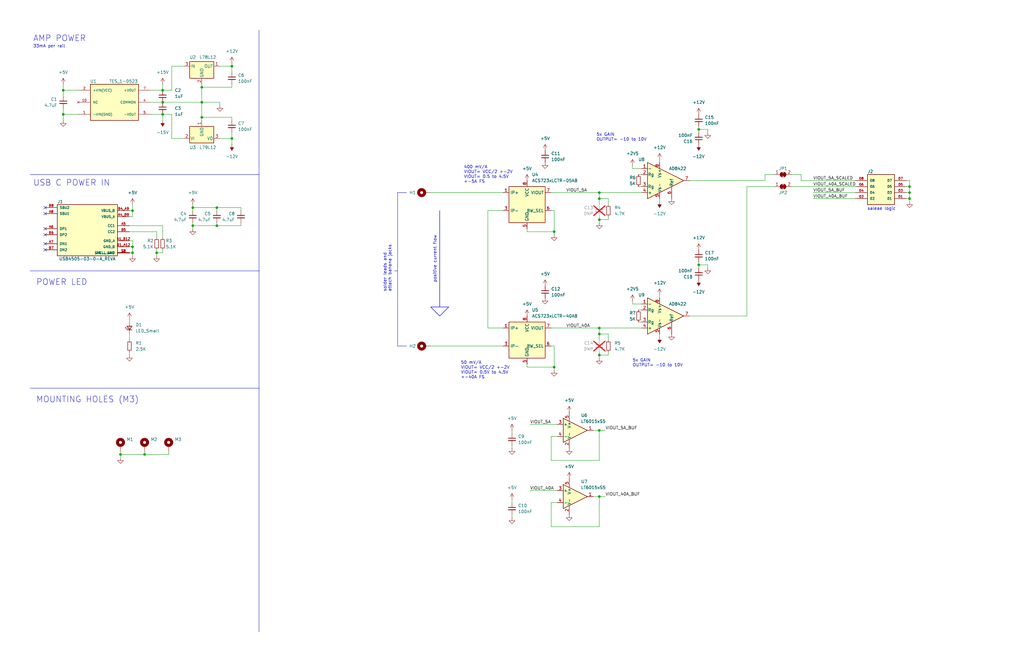
<source format=kicad_sch>
(kicad_sch (version 20230121) (generator eeschema)
  (paper "USLedger")
  (title_block (title "Saleae Current Sensor") (date "2022-11-13") (rev "0"))
  (lib_symbols
    (symbol "Amplifier_Instrumentation:AD8422" (pin_names (offset 0.127))
      (property "Reference" "U" (at 3.81 7.62 0))
      (property "Value" "AD8422" (at 3.81 5.08 0))
      (symbol "AD8422_0_1"
        (polyline (pts (xy -7.62 7.62) (xy -7.62 -7.62) (xy 7.62 0) (xy -7.62 7.62)) (stroke (width 0.254)) (fill (type background)))
      )
      (symbol "AD8422_1_1"
        (pin input line (at -10.16 5.08 0) (length 2.54) (name "-") (number "1"))
        (pin passive line (at -10.16 2.54 0) (length 2.54) (name "Rg") (number "2"))
        (pin passive line (at -10.16 -2.54 0) (length 2.54) (name "Rg") (number "3"))
        (pin input line (at -10.16 -5.08 0) (length 2.54) (name "+") (number "4"))
        (pin power_in line (at -2.54 -7.62 90) (length 2.54) (name "Vs-") (number "5"))
        (pin passive line (at 2.54 -7.62 90) (length 5.08) (name "Ref") (number "6"))
        (pin output line (at 10.16 0 180) (length 2.54) (name "~") (number "7"))
        (pin power_in line (at -2.54 7.62 270) (length 2.54) (name "Vs+") (number "8"))
      )
    )
    (symbol "Amplifier_Operational:LT6015xS5" (pin_names (offset 0.127))
      (property "Reference" "U" (at -1.27 6.35 0))
      (property "Value" "LT6015xS5" (at -1.27 3.81 0))
      (symbol "LT6015xS5_0_1"
        (polyline (pts (xy -5.08 5.08) (xy 5.08 0) (xy -5.08 -5.08) (xy -5.08 5.08)) (stroke (width 0.254)) (fill (type background)))
        (pin power_in line (at -2.54 -7.62 90) (length 3.81) (name "V-") (number "2"))
        (pin power_in line (at -2.54 7.62 270) (length 3.81) (name "V+") (number "5"))
      )
      (symbol "LT6015xS5_1_1"
        (pin output line (at 7.62 0 180) (length 2.54) (name "~") (number "1"))
        (pin input line (at -7.62 2.54 0) (length 2.54) (name "+") (number "3"))
        (pin input line (at -7.62 -2.54 0) (length 2.54) (name "-") (number "4"))
      )
    )
    (symbol "Device:C_Small" (pin_numbers hide) (pin_names (offset 0.254) hide)
      (property "Reference" "C" (at 0.254 1.778 0))
      (property "Value" "C_Small" (at 0.254 -2.032 0))
      (symbol "C_Small_0_1"
        (polyline (pts (xy -1.524 -0.508) (xy 1.524 -0.508)) (stroke (width 0.3302)))
        (polyline (pts (xy -1.524 0.508) (xy 1.524 0.508)) (stroke (width 0.3048)))
      )
      (symbol "C_Small_1_1"
        (pin passive line (at 0 2.54 270) (length 2.032) (name "~") (number "1"))
        (pin passive line (at 0 -2.54 90) (length 2.032) (name "~") (number "2"))
      )
    )
    (symbol "Device:LED_Small" (pin_numbers hide) (pin_names (offset 0.254) hide)
      (property "Reference" "D" (at -1.27 3.175 0))
      (property "Value" "LED_Small" (at -4.445 -2.54 0))
      (symbol "LED_Small_0_1"
        (polyline (pts (xy -0.762 -1.016) (xy -0.762 1.016)) (stroke (width 0.254)))
        (polyline (pts (xy 1.016 0) (xy -0.762 0)))
        (polyline (pts (xy 0.762 -1.016) (xy -0.762 0) (xy 0.762 1.016) (xy 0.762 -1.016)) (stroke (width 0.254)))
        (polyline (pts (xy 0 0.762) (xy -0.508 1.27) (xy -0.254 1.27) (xy -0.508 1.27) (xy -0.508 1.016)))
        (polyline (pts (xy 0.508 1.27) (xy 0 1.778) (xy 0.254 1.778) (xy 0 1.778) (xy 0 1.524)))
      )
      (symbol "LED_Small_1_1"
        (pin passive line (at -2.54 0 0) (length 1.778) (name "K") (number "1"))
        (pin passive line (at 2.54 0 180) (length 1.778) (name "A") (number "2"))
      )
    )
    (symbol "Device:R_Small" (pin_numbers hide) (pin_names (offset 0.254) hide)
      (property "Reference" "R" (at 0.762 0.508 0))
      (property "Value" "R_Small" (at 0.762 -1.016 0))
      (symbol "R_Small_0_1"
        (rectangle (start -0.762 1.778) (end 0.762 -1.778) (stroke (width 0.2032)))
      )
      (symbol "R_Small_1_1"
        (pin passive line (at 0 2.54 270) (length 0.762) (name "~") (number "1"))
        (pin passive line (at 0 -2.54 90) (length 0.762) (name "~") (number "2"))
      )
    )
    (symbol "Jumper:SolderJumper_2_Bridged" (pin_names (offset 0) hide)
      (property "Reference" "JP" (at 0 2.032 0))
      (property "Value" "SolderJumper_2_Bridged" (at 0 -2.54 0))
      (symbol "SolderJumper_2_Bridged_0_1"
        (rectangle (start -0.508 0.508) (end 0.508 -0.508) (fill (type outline)))
        (arc (start -0.254 1.016) (mid -1.2656 0) (end -0.254 -1.016))
        (arc (start -0.254 1.016) (mid -1.2656 0) (end -0.254 -1.016) (fill (type outline)))
        (polyline (pts (xy -0.254 1.016) (xy -0.254 -1.016)))
        (polyline (pts (xy 0.254 1.016) (xy 0.254 -1.016)))
        (arc (start 0.254 -1.016) (mid 1.2656 0) (end 0.254 1.016))
        (arc (start 0.254 -1.016) (mid 1.2656 0) (end 0.254 1.016) (fill (type outline)))
      )
      (symbol "SolderJumper_2_Bridged_1_1"
        (pin passive line (at -3.81 0 0) (length 2.54) (name "A") (number "1"))
        (pin passive line (at 3.81 0 180) (length 2.54) (name "B") (number "2"))
      )
    )
    (symbol "Mechanical:MountingHole_Pad" (pin_numbers hide) (pin_names (offset 1.016) hide)
      (property "Reference" "H" (at 0 6.35 0))
      (property "Value" "MountingHole_Pad" (at 0 4.445 0))
      (symbol "MountingHole_Pad_0_1"
        (circle (center 0 1.27) (radius 1.27) (stroke (width 1.27)))
      )
      (symbol "MountingHole_Pad_1_1"
        (pin input line (at 0 -2.54 90) (length 2.54) (name "1") (number "1"))
      )
    )
    (symbol "Regulator_Linear:L78L12_SOT89" (pin_names (offset 0.254))
      (property "Reference" "U" (at -3.81 3.175 0))
      (property "Value" "L78L12_SOT89" (at -0.635 3.175 0))
      (symbol "L78L12_SOT89_0_1"
        (rectangle (start -5.08 1.905) (end 5.08 -5.08) (stroke (width 0.254)) (fill (type background)))
      )
      (symbol "L78L12_SOT89_1_1"
        (pin power_out line (at 7.62 0 180) (length 2.54) (name "OUT") (number "1"))
        (pin power_in line (at 0 -7.62 90) (length 2.54) (name "GND") (number "2"))
        (pin power_in line (at -7.62 0 0) (length 2.54) (name "IN") (number "3"))
      )
    )
    (symbol "Regulator_Linear:L7912" (pin_names (offset 0.254))
      (property "Reference" "U" (at -3.81 -3.175 0))
      (property "Value" "L7912" (at 0 -3.175 0))
      (symbol "L7912_0_1"
        (rectangle (start -5.08 5.08) (end 5.08 -1.905) (stroke (width 0.254)) (fill (type background)))
      )
      (symbol "L7912_1_1"
        (pin power_in line (at 0 7.62 270) (length 2.54) (name "GND") (number "1"))
        (pin power_in line (at -7.62 0 0) (length 2.54) (name "VI") (number "2"))
        (pin power_out line (at 7.62 0 180) (length 2.54) (name "VO") (number "3"))
      )
    )
    (symbol "Sensor_Current:ACS723xLCTR-05AB"
      (property "Reference" "U" (at 2.54 11.43 0))
      (property "Value" "ACS723xLCTR-05AB" (at 2.54 8.89 0))
      (symbol "ACS723xLCTR-05AB_0_1"
        (rectangle (start -7.62 7.62) (end 7.62 -7.62) (stroke (width 0.254)) (fill (type background)))
      )
      (symbol "ACS723xLCTR-05AB_1_1"
        (pin passive line (at -10.16 5.08 0) (length 2.54) (name "IP+") (number "1"))
        (pin passive line (at -10.16 5.08 0) (length 2.54) hide (name "IP+") (number "2"))
        (pin passive line (at -10.16 -2.54 0) (length 2.54) (name "IP-") (number "3"))
        (pin passive line (at -10.16 -2.54 0) (length 2.54) hide (name "IP-") (number "4"))
        (pin power_in line (at 0 -10.16 90) (length 2.54) (name "GND") (number "5"))
        (pin input line (at 10.16 -2.54 180) (length 2.54) (name "BW_SEL") (number "6"))
        (pin output line (at 10.16 5.08 180) (length 2.54) (name "VIOUT") (number "7"))
        (pin power_in line (at 0 10.16 270) (length 2.54) (name "VCC") (number "8"))
      )
    )
    (symbol "Sensor_Current:ACS723xLCTR-40AB"
      (property "Reference" "U" (at 2.54 11.43 0))
      (property "Value" "ACS723xLCTR-40AB" (at 2.54 8.89 0))
      (symbol "ACS723xLCTR-40AB_0_1"
        (rectangle (start -7.62 7.62) (end 7.62 -7.62) (stroke (width 0.254)) (fill (type background)))
      )
      (symbol "ACS723xLCTR-40AB_1_1"
        (pin passive line (at -10.16 5.08 0) (length 2.54) (name "IP+") (number "1"))
        (pin passive line (at -10.16 5.08 0) (length 2.54) hide (name "IP+") (number "2"))
        (pin passive line (at -10.16 -2.54 0) (length 2.54) (name "IP-") (number "3"))
        (pin passive line (at -10.16 -2.54 0) (length 2.54) hide (name "IP-") (number "4"))
        (pin power_in line (at 0 -10.16 90) (length 2.54) (name "GND") (number "5"))
        (pin input line (at 10.16 -2.54 180) (length 2.54) (name "BW_SEL") (number "6"))
        (pin output line (at 10.16 5.08 180) (length 2.54) (name "VIOUT") (number "7"))
        (pin power_in line (at 0 10.16 270) (length 2.54) (name "VCC") (number "8"))
      )
    )
    (symbol "TES_1-0523:TES_1-0523" (pin_names (offset 1.016))
      (property "Reference" "PS?" (at -13.97 8.89 0))
      (property "Value" "TES_1-0523" (at -1.27 8.89 0))
      (symbol "TES_1-0523_0_0"
        (rectangle (start -15.24 7.62) (end 5.08 -7.62) (stroke (width 0.254)) (fill (type background)))
        (pin input line (at -20.32 -5.08 0) (length 5.08) (name "-VIN(GND)") (number "1"))
        (pin no_connect line (at -20.32 0 0) (length 5.08) (name "NC") (number "10"))
        (pin input line (at -20.32 5.08 0) (length 5.08) (name "+VIN(VCC)") (number "2"))
        (pin passive line (at 10.16 0 180) (length 5.08) (name "COMMON") (number "4"))
        (pin output line (at 10.16 -5.08 180) (length 5.08) (name "-VOUT") (number "5"))
        (pin output line (at 10.16 5.08 180) (length 5.08) (name "+VOUT") (number "7"))
      )
    )
    (symbol "TSM-104-02-T-DH:TSM-104-02-T-DH" (pin_names (offset 1.016))
      (property "Reference" "J?" (at 0 12.7 0))
      (property "Value" "TSM-104-02-T-DH" (at 0 10.16 0))
      (symbol "TSM-104-02-T-DH_0_0"
        (rectangle (start -7.62 7.62) (end 3.81 -5.08) (stroke (width 0.254)) (fill (type background)))
        (pin passive line (at -12.7 5.08 0) (length 5.08) (name "01") (number "01"))
        (pin passive line (at 8.89 5.08 180) (length 5.08) (name "02") (number "02"))
        (pin passive line (at -12.7 2.54 0) (length 5.08) (name "03") (number "03"))
        (pin passive line (at 8.89 2.54 180) (length 5.08) (name "04") (number "04"))
        (pin passive line (at -12.7 0 0) (length 5.08) (name "05") (number "05"))
        (pin passive line (at 8.89 0 180) (length 5.08) (name "06") (number "06"))
        (pin passive line (at -12.7 -2.54 0) (length 5.08) (name "07") (number "07"))
        (pin passive line (at 8.89 -2.54 180) (length 5.08) (name "08") (number "08"))
      )
    )
    (symbol "USB4505-03-0-A_REVA:USB4505-03-0-A_REVA" (pin_names (offset 1.016))
      (property "Reference" "J?" (at 0 20.32 0))
      (property "Value" "USB4505-03-0-A_REVA" (at 0 17.78 0))
      (symbol "USB4505-03-0-A_REVA_0_0"
        (rectangle (start -12.7 15.24) (end 12.7 -6.35) (stroke (width 0.254)) (fill (type background)))
        (pin power_in line (at 17.78 0 180) (length 5.08) (name "GND_A") (number "A1_B12"))
        (pin power_in line (at 17.78 10.16 180) (length 5.08) (name "VBUS_A") (number "A4_B9"))
        (pin bidirectional line (at 17.78 6.35 180) (length 5.08) (name "CC1") (number "A5"))
        (pin bidirectional line (at -17.78 5.08 0) (length 5.08) (name "DP1") (number "A6"))
        (pin bidirectional line (at -17.78 -1.27 0) (length 5.08) (name "DN1") (number "A7"))
        (pin bidirectional line (at -17.78 11.43 0) (length 5.08) (name "SBU1") (number "A8"))
        (pin power_in line (at 17.78 -2.54 180) (length 5.08) (name "GND_B") (number "B1_A12"))
        (pin power_in line (at 17.78 12.7 180) (length 5.08) (name "VBUS_B") (number "B4_A9"))
        (pin bidirectional line (at 17.78 3.81 180) (length 5.08) (name "CC2") (number "B5"))
        (pin bidirectional line (at -17.78 2.54 0) (length 5.08) (name "DP2") (number "B6"))
        (pin bidirectional line (at -17.78 -3.81 0) (length 5.08) (name "DN2") (number "B7"))
        (pin bidirectional line (at -17.78 13.97 0) (length 5.08) (name "SBU2") (number "B8"))
        (pin power_in line (at 17.78 -5.08 180) (length 5.08) (name "SHELL_GND") (number "S1"))
        (pin power_in line (at 17.78 -5.08 180) (length 5.08) (name "SHELL_GND") (number "S2"))
        (pin power_in line (at 17.78 -5.08 180) (length 5.08) (name "SHELL_GND") (number "S3"))
        (pin power_in line (at 17.78 -5.08 180) (length 5.08) (name "SHELL_GND") (number "S4"))
      )
    )
    (symbol "power:+12V" (power) (pin_names (offset 0))
      (property "Value" "+12V" (at 0 3.556 0))
      (symbol "+12V_0_1"
        (polyline (pts (xy -0.762 1.27) (xy 0 2.54)))
        (polyline (pts (xy 0 0) (xy 0 2.54)))
        (polyline (pts (xy 0 2.54) (xy 0.762 1.27)))
      )
      (symbol "+12V_1_1"
        (pin power_in line (at 0 0 90) (length 0) hide (name "+12V") (number "1"))
      )
    )
    (symbol "power:+15V" (power) (pin_names (offset 0))
      (property "Value" "+15V" (at 0 3.556 0))
      (symbol "+15V_0_1"
        (polyline (pts (xy -0.762 1.27) (xy 0 2.54)))
        (polyline (pts (xy 0 0) (xy 0 2.54)))
        (polyline (pts (xy 0 2.54) (xy 0.762 1.27)))
      )
      (symbol "+15V_1_1"
        (pin power_in line (at 0 0 90) (length 0) hide (name "+15V") (number "1"))
      )
    )
    (symbol "power:+2V5" (power) (pin_names (offset 0))
      (property "Value" "+2V5" (at 0 3.556 0))
      (symbol "+2V5_0_1"
        (polyline (pts (xy -0.762 1.27) (xy 0 2.54)))
        (polyline (pts (xy 0 0) (xy 0 2.54)))
        (polyline (pts (xy 0 2.54) (xy 0.762 1.27)))
      )
      (symbol "+2V5_1_1"
        (pin power_in line (at 0 0 90) (length 0) hide (name "+2V5") (number "1"))
      )
    )
    (symbol "power:+5V" (power) (pin_names (offset 0))
      (property "Value" "+5V" (at 0 3.556 0))
      (symbol "+5V_0_1"
        (polyline (pts (xy -0.762 1.27) (xy 0 2.54)))
        (polyline (pts (xy 0 0) (xy 0 2.54)))
        (polyline (pts (xy 0 2.54) (xy 0.762 1.27)))
      )
      (symbol "+5V_1_1"
        (pin power_in line (at 0 0 90) (length 0) hide (name "+5V") (number "1"))
      )
    )
    (symbol "power:-12V" (power) (pin_names (offset 0))
      (property "Value" "-12V" (at 0 3.81 0))
      (symbol "-12V_0_0"
        (pin power_in line (at 0 0 90) (length 0) hide (name "-12V") (number "1"))
      )
      (symbol "-12V_0_1"
        (polyline (pts (xy 0 0) (xy 0 1.27) (xy 0.762 1.27) (xy 0 2.54) (xy -0.762 1.27) (xy 0 1.27)) (fill (type outline)))
      )
    )
    (symbol "power:-15V" (power) (pin_names (offset 0))
      (property "Value" "-15V" (at 0 3.81 0))
      (symbol "-15V_0_0"
        (pin power_in line (at 0 0 90) (length 0) hide (name "-15V") (number "1"))
      )
      (symbol "-15V_0_1"
        (polyline (pts (xy 0 0) (xy 0 1.27) (xy 0.762 1.27) (xy 0 2.54) (xy -0.762 1.27) (xy 0 1.27)) (fill (type outline)))
      )
    )
    (symbol "power:GND" (power) (pin_names (offset 0))
      (property "Value" "GND" (at 0 -3.81 0))
      (symbol "GND_0_1"
        (polyline (pts (xy 0 0) (xy 0 -1.27) (xy 1.27 -1.27) (xy 0 -2.54) (xy -1.27 -1.27) (xy 0 -1.27)))
      )
      (symbol "GND_1_1"
        (pin power_in line (at 0 0 270) (length 0) hide (name "GND") (number "1"))
      )
    )
  )
  (junction (at 383.54 83.82))
  (junction (at 85.09 49.53))
  (junction (at 55.88 104.14))
  (junction (at 383.54 78.74))
  (junction (at 252.73 92.71))
  (junction (at 91.44 87.63))
  (junction (at 252.73 140.97))
  (junction (at 252.73 209.55))
  (junction (at 252.73 138.43))
  (junction (at 68.58 38.1))
  (junction (at 294.64 54.61))
  (junction (at 66.04 106.68))
  (junction (at 252.73 181.61))
  (junction (at 68.58 43.18))
  (junction (at 26.67 38.1))
  (junction (at 233.68 97.79))
  (junction (at 60.96 191.77))
  (junction (at 81.28 87.63))
  (junction (at 252.73 83.82))
  (junction (at 97.79 58.42))
  (junction (at 252.73 149.86))
  (junction (at 26.67 48.26))
  (junction (at 81.28 95.25))
  (junction (at 97.79 27.94))
  (junction (at 233.68 154.94))
  (junction (at 294.64 111.76))
  (junction (at 55.88 106.68))
  (junction (at 68.58 48.26))
  (junction (at 55.88 88.9))
  (junction (at 85.09 43.18))
  (junction (at 91.44 95.25))
  (junction (at 85.09 36.83))
  (junction (at 252.73 81.28))
  (junction (at 383.54 81.28))
  (junction (at 50.8 191.77))
  (no_connect (at 19.05 90.17))
  (no_connect (at 19.05 96.52))
  (no_connect (at 19.05 105.41))
  (no_connect (at 19.05 99.06))
  (no_connect (at 19.05 87.63))
  (no_connect (at 19.05 102.87))
  (wire (pts (xy 222.25 96.52) (xy 222.25 97.79)))
  (wire (pts (xy 382.27 81.28) (xy 383.54 81.28)))
  (wire (pts (xy 232.41 138.43) (xy 252.73 138.43)))
  (wire (pts (xy 252.73 92.71) (xy 252.73 93.98)))
  (wire (pts (xy 63.5 38.1) (xy 68.58 38.1)))
  (wire (pts (xy 342.9 83.82) (xy 360.68 83.82)))
  (wire (pts (xy 252.73 149.86) (xy 252.73 151.13)))
  (wire (pts (xy 383.54 83.82) (xy 383.54 85.09)))
  (wire (pts (xy 55.88 88.9) (xy 55.88 91.44)))
  (wire (pts (xy 383.54 76.2) (xy 383.54 78.74)))
  (wire (pts (xy 181.61 146.05) (xy 212.09 146.05)))
  (polyline (pts (xy 167.64 81.28) (xy 171.45 81.28)))
  (wire (pts (xy 252.73 91.44) (xy 252.73 92.71)))
  (wire (pts (xy 66.04 106.68) (xy 68.58 106.68)))
  (wire (pts (xy 72.39 48.26) (xy 72.39 58.42)))
  (wire (pts (xy 26.67 45.72) (xy 26.67 48.26)))
  (wire (pts (xy 256.54 140.97) (xy 252.73 140.97)))
  (wire (pts (xy 334.01 78.74) (xy 360.68 78.74)))
  (wire (pts (xy 342.9 81.28) (xy 360.68 81.28)))
  (wire (pts (xy 278.13 67.31) (xy 278.13 68.58)))
  (wire (pts (xy 383.54 81.28) (xy 383.54 83.82)))
  (wire (pts (xy 92.71 27.94) (xy 97.79 27.94)))
  (wire (pts (xy 294.64 54.61) (xy 294.64 55.88)))
  (wire (pts (xy 215.9 181.61) (xy 215.9 182.88)))
  (wire (pts (xy 181.61 81.28) (xy 212.09 81.28)))
  (wire (pts (xy 63.5 48.26) (xy 68.58 48.26)))
  (wire (pts (xy 54.61 134.62) (xy 54.61 135.89)))
  (wire (pts (xy 252.73 149.86) (xy 256.54 149.86)))
  (wire (pts (xy 383.54 78.74) (xy 383.54 81.28)))
  (wire (pts (xy 233.68 154.94) (xy 233.68 156.21)))
  (wire (pts (xy 97.79 50.8) (xy 97.79 49.53)))
  (wire (pts (xy 91.44 95.25) (xy 101.6 95.25)))
  (wire (pts (xy 290.83 76.2) (xy 322.58 76.2)))
  (wire (pts (xy 252.73 140.97) (xy 252.73 143.51)))
  (wire (pts (xy 266.7 127) (xy 266.7 128.27)))
  (wire (pts (xy 215.9 210.82) (xy 215.9 212.09)))
  (wire (pts (xy 337.82 76.2) (xy 360.68 76.2)))
  (wire (pts (xy 314.96 133.35) (xy 314.96 78.74)))
  (wire (pts (xy 294.64 111.76) (xy 298.45 111.76)))
  (wire (pts (xy 91.44 93.98) (xy 91.44 95.25)))
  (wire (pts (xy 266.7 71.12) (xy 270.51 71.12)))
  (wire (pts (xy 81.28 95.25) (xy 81.28 96.52)))
  (polyline (pts (xy 167.64 111.76) (xy 167.64 146.05)))
  (wire (pts (xy 81.28 93.98) (xy 81.28 95.25)))
  (polyline (pts (xy 181.61 129.54) (xy 185.42 133.35)) (stroke (width 0.2) (type solid)))
  (wire (pts (xy 298.45 111.76) (xy 298.45 113.03)))
  (wire (pts (xy 278.13 124.46) (xy 278.13 125.73)))
  (wire (pts (xy 72.39 38.1) (xy 72.39 27.94)))
  (wire (pts (xy 97.79 36.83) (xy 85.09 36.83)))
  (polyline (pts (xy 12.7 73.66) (xy 13.97 73.66)))
  (wire (pts (xy 252.73 81.28) (xy 252.73 83.82)))
  (wire (pts (xy 91.44 87.63) (xy 91.44 88.9)))
  (wire (pts (xy 278.13 83.82) (xy 278.13 85.09)))
  (wire (pts (xy 55.88 86.36) (xy 55.88 88.9)))
  (wire (pts (xy 232.41 88.9) (xy 233.68 88.9)))
  (wire (pts (xy 252.73 181.61) (xy 252.73 194.31)))
  (wire (pts (xy 97.79 49.53) (xy 85.09 49.53)))
  (wire (pts (xy 252.73 138.43) (xy 270.51 138.43)))
  (polyline (pts (xy 166.37 114.3) (xy 167.64 114.3)))
  (wire (pts (xy 68.58 95.25) (xy 68.58 100.33)))
  (wire (pts (xy 50.8 190.5) (xy 50.8 191.77)))
  (polyline (pts (xy 12.7 114.3) (xy 109.22 114.3)))
  (wire (pts (xy 294.64 111.76) (xy 294.64 113.03)))
  (wire (pts (xy 266.7 128.27) (xy 270.51 128.27)))
  (polyline (pts (xy 109.22 114.3) (xy 109.22 163.83)))
  (wire (pts (xy 215.9 187.96) (xy 215.9 189.23)))
  (wire (pts (xy 92.71 58.42) (xy 97.79 58.42)))
  (polyline (pts (xy 185.42 88.9) (xy 185.42 129.54)) (stroke (width 0.2) (type solid)))
  (wire (pts (xy 68.58 48.26) (xy 72.39 48.26)))
  (wire (pts (xy 256.54 149.86) (xy 256.54 148.59)))
  (wire (pts (xy 252.73 181.61) (xy 255.27 181.61)))
  (wire (pts (xy 50.8 191.77) (xy 50.8 193.04)))
  (wire (pts (xy 269.24 130.81) (xy 270.51 130.81)))
  (wire (pts (xy 266.7 69.85) (xy 266.7 71.12)))
  (wire (pts (xy 54.61 148.59) (xy 54.61 149.86)))
  (wire (pts (xy 222.25 153.67) (xy 222.25 154.94)))
  (wire (pts (xy 223.52 207.01) (xy 234.95 207.01)))
  (wire (pts (xy 314.96 78.74) (xy 326.39 78.74)))
  (wire (pts (xy 205.74 88.9) (xy 205.74 138.43)))
  (wire (pts (xy 232.41 222.25) (xy 252.73 222.25)))
  (wire (pts (xy 92.71 43.18) (xy 92.71 44.45)))
  (wire (pts (xy 85.09 49.53) (xy 85.09 50.8)))
  (wire (pts (xy 91.44 87.63) (xy 101.6 87.63)))
  (wire (pts (xy 50.8 191.77) (xy 60.96 191.77)))
  (wire (pts (xy 232.41 212.09) (xy 232.41 222.25)))
  (wire (pts (xy 54.61 95.25) (xy 68.58 95.25)))
  (wire (pts (xy 54.61 101.6) (xy 55.88 101.6)))
  (wire (pts (xy 60.96 191.77) (xy 71.12 191.77)))
  (wire (pts (xy 269.24 73.66) (xy 270.51 73.66)))
  (wire (pts (xy 68.58 105.41) (xy 68.58 106.68)))
  (wire (pts (xy 97.79 35.56) (xy 97.79 36.83)))
  (wire (pts (xy 81.28 88.9) (xy 81.28 87.63)))
  (wire (pts (xy 68.58 48.26) (xy 68.58 50.8)))
  (wire (pts (xy 26.67 40.64) (xy 26.67 38.1)))
  (polyline (pts (xy 109.22 12.7) (xy 109.22 73.66)))
  (wire (pts (xy 68.58 35.56) (xy 68.58 38.1)))
  (wire (pts (xy 294.64 110.49) (xy 294.64 111.76)))
  (wire (pts (xy 97.79 30.48) (xy 97.79 27.94)))
  (wire (pts (xy 256.54 83.82) (xy 252.73 83.82)))
  (wire (pts (xy 252.73 92.71) (xy 256.54 92.71)))
  (wire (pts (xy 222.25 154.94) (xy 233.68 154.94)))
  (wire (pts (xy 382.27 83.82) (xy 383.54 83.82)))
  (wire (pts (xy 97.79 58.42) (xy 97.79 55.88)))
  (polyline (pts (xy 13.97 73.66) (xy 109.22 73.66)))
  (wire (pts (xy 233.68 97.79) (xy 233.68 99.06)))
  (wire (pts (xy 63.5 43.18) (xy 68.58 43.18)))
  (wire (pts (xy 97.79 26.67) (xy 97.79 27.94)))
  (wire (pts (xy 85.09 36.83) (xy 85.09 43.18)))
  (polyline (pts (xy 12.7 163.83) (xy 109.22 163.83)))
  (wire (pts (xy 256.54 143.51) (xy 256.54 140.97)))
  (wire (pts (xy 232.41 81.28) (xy 252.73 81.28)))
  (wire (pts (xy 234.95 184.15) (xy 232.41 184.15)))
  (wire (pts (xy 233.68 146.05) (xy 233.68 154.94)))
  (wire (pts (xy 232.41 146.05) (xy 233.68 146.05)))
  (wire (pts (xy 294.64 54.61) (xy 298.45 54.61)))
  (wire (pts (xy 68.58 43.18) (xy 85.09 43.18)))
  (wire (pts (xy 66.04 105.41) (xy 66.04 106.68)))
  (wire (pts (xy 26.67 48.26) (xy 26.67 50.8)))
  (wire (pts (xy 252.73 148.59) (xy 252.73 149.86)))
  (wire (pts (xy 26.67 38.1) (xy 33.02 38.1)))
  (wire (pts (xy 101.6 93.98) (xy 101.6 95.25)))
  (wire (pts (xy 60.96 191.77) (xy 60.96 190.5)))
  (wire (pts (xy 252.73 181.61) (xy 250.19 181.61)))
  (wire (pts (xy 256.54 86.36) (xy 256.54 83.82)))
  (wire (pts (xy 290.83 133.35) (xy 314.96 133.35)))
  (wire (pts (xy 81.28 95.25) (xy 91.44 95.25)))
  (polyline (pts (xy 189.23 129.54) (xy 181.61 129.54)) (stroke (width 0.2) (type solid)))
  (wire (pts (xy 222.25 97.79) (xy 233.68 97.79)))
  (wire (pts (xy 101.6 87.63) (xy 101.6 88.9)))
  (wire (pts (xy 322.58 73.66) (xy 326.39 73.66)))
  (wire (pts (xy 72.39 58.42) (xy 77.47 58.42)))
  (wire (pts (xy 55.88 106.68) (xy 55.88 107.95)))
  (wire (pts (xy 54.61 104.14) (xy 55.88 104.14)))
  (wire (pts (xy 252.73 209.55) (xy 252.73 222.25)))
  (wire (pts (xy 334.01 73.66) (xy 337.82 73.66)))
  (wire (pts (xy 256.54 92.71) (xy 256.54 91.44)))
  (wire (pts (xy 269.24 78.74) (xy 270.51 78.74)))
  (wire (pts (xy 85.09 43.18) (xy 85.09 49.53)))
  (wire (pts (xy 337.82 73.66) (xy 337.82 76.2)))
  (wire (pts (xy 382.27 76.2) (xy 383.54 76.2)))
  (wire (pts (xy 54.61 91.44) (xy 55.88 91.44)))
  (wire (pts (xy 234.95 212.09) (xy 232.41 212.09)))
  (wire (pts (xy 55.88 101.6) (xy 55.88 104.14)))
  (wire (pts (xy 252.73 81.28) (xy 270.51 81.28)))
  (wire (pts (xy 72.39 27.94) (xy 77.47 27.94)))
  (wire (pts (xy 278.13 140.97) (xy 278.13 142.24)))
  (wire (pts (xy 252.73 138.43) (xy 252.73 140.97)))
  (polyline (pts (xy 109.22 73.66) (xy 109.22 114.3)))
  (wire (pts (xy 55.88 104.14) (xy 55.88 106.68)))
  (wire (pts (xy 81.28 86.36) (xy 81.28 87.63)))
  (wire (pts (xy 233.68 88.9) (xy 233.68 97.79)))
  (wire (pts (xy 26.67 48.26) (xy 33.02 48.26)))
  (wire (pts (xy 85.09 36.83) (xy 85.09 35.56)))
  (wire (pts (xy 252.73 209.55) (xy 250.19 209.55)))
  (wire (pts (xy 294.64 53.34) (xy 294.64 54.61)))
  (polyline (pts (xy 109.22 163.83) (xy 109.22 266.7)))
  (wire (pts (xy 26.67 35.56) (xy 26.67 38.1)))
  (wire (pts (xy 215.9 217.17) (xy 215.9 218.44)))
  (wire (pts (xy 382.27 78.74) (xy 383.54 78.74)))
  (wire (pts (xy 68.58 38.1) (xy 72.39 38.1)))
  (wire (pts (xy 71.12 191.77) (xy 71.12 190.5)))
  (wire (pts (xy 252.73 209.55) (xy 255.27 209.55)))
  (wire (pts (xy 322.58 76.2) (xy 322.58 73.66)))
  (wire (pts (xy 205.74 138.43) (xy 212.09 138.43)))
  (wire (pts (xy 97.79 58.42) (xy 97.79 60.96)))
  (wire (pts (xy 66.04 97.79) (xy 66.04 100.33)))
  (polyline (pts (xy 185.42 133.35) (xy 189.23 129.54)) (stroke (width 0.2) (type solid)))
  (wire (pts (xy 54.61 97.79) (xy 66.04 97.79)))
  (wire (pts (xy 66.04 106.68) (xy 66.04 107.95)))
  (wire (pts (xy 54.61 106.68) (xy 55.88 106.68)))
  (polyline (pts (xy 167.64 111.76) (xy 167.64 81.28)))
  (wire (pts (xy 54.61 88.9) (xy 55.88 88.9)))
  (wire (pts (xy 81.28 87.63) (xy 91.44 87.63)))
  (wire (pts (xy 232.41 184.15) (xy 232.41 194.31)))
  (wire (pts (xy 298.45 54.61) (xy 298.45 55.88)))
  (wire (pts (xy 232.41 194.31) (xy 252.73 194.31)))
  (wire (pts (xy 212.09 88.9) (xy 205.74 88.9)))
  (wire (pts (xy 269.24 135.89) (xy 270.51 135.89)))
  (wire (pts (xy 85.09 43.18) (xy 92.71 43.18)))
  (polyline (pts (xy 167.64 146.05) (xy 171.45 146.05)))
  (wire (pts (xy 223.52 179.07) (xy 234.95 179.07)))
  (wire (pts (xy 252.73 83.82) (xy 252.73 86.36)))
  (wire (pts (xy 54.61 140.97) (xy 54.61 143.51)))
  (text "50 mV/A\nVIOUT= VCC/2 +-2V\nVIOUT= 0.5V to 4.5V\n+-40A FS" (at 194.31 160.02 0) (effects (font (size 1.27 1.27)) (justify left bottom)))
  (text "solder leads and \nattach banana jacks" (at 165.1 123.19 90) (effects (font (size 1.27 1.27)) (justify left bottom)))
  (text "positive current flow" (at 184.15 119.38 90) (effects (font (size 1.27 1.27)) (justify left bottom)))
  (text "saleae logic" (at 365.76 88.9 0) (effects (font (size 1.27 1.27)) (justify left bottom)))
  (text "AMP POWER" (at 13.97 17.78 0) (effects (font (size 2.5 2.5)) (justify left bottom)))
  (text "POWER LED" (at 15.24 120.65 0) (effects (font (size 2.5 2.5)) (justify left bottom)))
  (text "MOUNTING HOLES (M3)" (at 15.24 170.18 0) (effects (font (size 2.5 2.5)) (justify left bottom)))
  (text "5x GAIN\nOUTPUT= -10 to 10V" (at 251.46 59.69 0) (effects (font (size 1.27 1.27)) (justify left bottom)))
  (text "5x GAIN\nOUTPUT= -10 to 10V" (at 266.7 154.94 0) (effects (font (size 1.27 1.27)) (justify left bottom)))
  (text "33mA per rail" (at 13.97 20.32 0) (effects (font (size 1.27 1.27)) (justify left bottom)))
  (text "USB C POWER IN" (at 13.97 78.74 0) (effects (font (size 2.5 2.5)) (justify left bottom)))
  (text "400 mV/A\nVIOUT= VCC/2 +-2V\nVIOUT= 0.5 to 4.5V\n+-5A FS" (at 195.58 77.47 0) (effects (font (size 1.27 1.27)) (justify left bottom)))
  (label "VIOUT_5A" (at 223.52 179.07 0))
  (label "VIOUT_40A_BUF" (at 342.9 83.82 0))
  (label "VIOUT_40A" (at 223.52 207.01 0))
  (label "VIOUT_40A" (at 238.76 138.43 0))
  (label "VIOUT_5A" (at 238.76 81.28 0))
  (label "VIOUT_5A_BUF" (at 255.27 181.61 0))
  (label "VIOUT_40A_SCALED" (at 342.9 78.74 0))
  (label "VIOUT_40A_BUF" (at 255.27 209.55 0))
  (label "VIOUT_5A_SCALED" (at 342.9 76.2 0))
  (label "VIOUT_5A_BUF" (at 342.9 81.28 0))
  (symbol (lib_id "Device:C_Small") (at 97.79 53.34 0) (unit 1)
    (property "Reference" "C7" (at 100.33 52.0762 0) (effects (justify left)))
    (property "Value" "100nF" (at 100.33 54.6162 0) (effects (justify left)))
    (property "Footprint" "Capacitor_SMD:C_0603_1608Metric" (effects hide))
    (property "PN" "CL10B104KB8NNNC" (effects hide))
  )
  (symbol (lib_id "Device:C_Small") (at 229.87 123.19 0) (unit 1)
    (property "Reference" "C12" (at 232.41 121.9262 0) (effects (justify left)))
    (property "Value" "100nF" (at 232.41 124.4662 0) (effects (justify left)))
    (property "Footprint" "Capacitor_SMD:C_0603_1608Metric" (effects hide))
    (property "PN" "CL10B104KB8NNNC" (effects hide))
  )
  (symbol (lib_id "Mechanical:MountingHole_Pad") (at 179.07 146.05 90) (unit 1) (in_bom no)
    (property "Reference" "H2" (at 173.99 146.05 90))
    (property "Value" "IN" (effects hide))
    (property "Footprint" "MountingHole:MountingHole_2.7mm_M2.5_ISO7380_Pad_TopBottom" (effects hide))
    (property "PN" "DNP" (effects hide))
  )
  (symbol (lib_id "power:+12V") (at 97.79 26.67 0) (unit 1)
    (property "Reference" "#PWR014" (effects hide))
    (property "Value" "+12V" (at 97.79 21.59 0))
  )
  (symbol (lib_id "Amplifier_Operational:LT6015xS5") (at 242.57 209.55 0) (unit 1)
    (property "Reference" "U7" (at 246.38 203.2 0))
    (property "Value" "LT6015xS5" (at 250.19 205.74 0))
    (property "Footprint" "Package_TO_SOT_SMD:SOT-23-5" (effects hide))
    (property "Datasheet" "https://www.analog.com/media/en/technical-documentation/data-sheets/601567ff.pdf" (effects hide))
    (property "PN" "LT6015IS5#TRPBF" (effects hide))
  )
  (symbol (lib_id "Device:C_Small") (at 97.79 33.02 0) (unit 1)
    (property "Reference" "C6" (at 100.33 31.7562 0) (effects (justify left)))
    (property "Value" "100nF" (at 100.33 34.2962 0) (effects (justify left)))
    (property "Footprint" "Capacitor_SMD:C_0603_1608Metric" (effects hide))
    (property "PN" "CL10B104KB8NNNC" (effects hide))
  )
  (symbol (lib_id "Amplifier_Instrumentation:AD8422") (at 280.67 133.35 0) (unit 1)
    (property "Reference" "U9" (at 270.51 124.46 0))
    (property "Value" "AD8422" (at 285.75 128.27 0))
    (property "Footprint" "AD8422BRMZ-RL:SOP65P490X110-8N" (effects hide))
    (property "Datasheet" "https://www.analog.com/media/en/technical-documentation/data-sheets/AD8422.pdf" (effects hide))
    (property "PN" "AD8422" (effects hide))
  )
  (symbol (lib_id "Device:R_Small") (at 54.61 146.05 0) (unit 1)
    (property "Reference" "R1" (at 57.15 144.7799 0) (effects (justify left)))
    (property "Value" "2.5K" (at 57.15 147.3199 0) (effects (justify left)))
    (property "Footprint" "Resistor_SMD:R_0603_1608Metric" (effects hide))
    (property "PN" "RC0603FR-072KL" (effects hide))
  )
  (symbol (lib_id "power:GND") (at 215.9 218.44 0) (unit 1)
    (property "Reference" "#PWR019" (effects hide))
    (property "Value" "GND" (effects hide))
  )
  (symbol (lib_id "power:-12V") (at 278.13 85.09 180) (unit 1)
    (property "Reference" "#PWR037" (effects hide))
    (property "Value" "-12V" (at 278.13 90.17 0))
  )
  (symbol (lib_id "power:GND") (at 383.54 85.09 0) (unit 1)
    (property "Reference" "#PWR048" (effects hide))
    (property "Value" "GND" (effects hide))
  )
  (symbol (lib_id "Device:R_Small") (at 269.24 133.35 180) (unit 1)
    (property "Reference" "R7" (at 265.43 132.08 0) (effects (justify right)))
    (property "Value" "5K" (at 265.43 134.62 0) (effects (justify right)))
    (property "Footprint" "Resistor_SMD:R_0603_1608Metric" (effects hide))
    (property "PN" "AR03BTCX5001" (effects hide))
  )
  (symbol (lib_id "power:+5V") (at 222.25 133.35 0) (unit 1)
    (property "Reference" "#PWR021" (effects hide))
    (property "Value" "+5V" (at 222.25 128.27 0))
  )
  (symbol (lib_id "Device:C_Small") (at 294.64 50.8 0) (unit 1)
    (property "Reference" "C15" (at 297.18 49.5362 0) (effects (justify left)))
    (property "Value" "100nF" (at 297.18 52.0762 0) (effects (justify left)))
    (property "Footprint" "Capacitor_SMD:C_0603_1608Metric" (effects hide))
    (property "PN" "CL10B104KB8NNNC" (effects hide))
  )
  (symbol (lib_id "Device:C_Small") (at 26.67 43.18 0) (mirror y) (unit 1)
    (property "Reference" "C1" (at 24.13 41.91 0) (effects (justify left)))
    (property "Value" "4.7uF" (at 24.13 44.45 0) (effects (justify left)))
    (property "Footprint" "Capacitor_SMD:C_1206_3216Metric" (effects hide))
    (property "PN" "CL31B475KAHNNNE" (effects hide))
  )
  (symbol (lib_id "Device:C_Small") (at 252.73 146.05 0) (mirror x) (unit 1) (dnp yes)
    (property "Reference" "C14" (at 250.19 144.7735 0) (effects (justify right)))
    (property "Value" "DNP" (at 250.19 147.3135 0) (effects (justify right)))
    (property "Footprint" "Capacitor_SMD:C_0603_1608Metric" (effects hide))
    (property "PN" "DNP" (effects hide))
  )
  (symbol (lib_id "power:+5V") (at 229.87 120.65 0) (unit 1)
    (property "Reference" "#PWR024" (effects hide))
    (property "Value" "+5V" (at 229.87 115.57 0))
  )
  (symbol (lib_id "USB4505-03-0-A_REVA:USB4505-03-0-A_REVA") (at 36.83 101.6 0) (unit 1)
    (property "Reference" "J1" (at 25.4 85.09 0))
    (property "Value" "USB4505-03-0-A_REVA" (at 36.83 109.22 0))
    (property "Footprint" "USB4505-03-0-A_REVA:GCT_USB4505-03-0-A_REVA" (effects hide))
    (property "PARTREV" "A" (effects hide))
    (property "MAXIMUM_PACKAGE_HEIGHT" "2.46mm" (effects hide))
    (property "STANDARD" "Manufacturer Recommendations" (effects hide))
    (property "MANUFACTURER" "GCT" (effects hide))
    (property "PN" "USB4505-03-0-A" (effects hide))
  )
  (symbol (lib_id "Amplifier_Operational:LT6015xS5") (at 242.57 181.61 0) (unit 1)
    (property "Reference" "U6" (at 246.38 175.26 0))
    (property "Value" "LT6015xS5" (at 250.19 177.8 0))
    (property "Footprint" "Package_TO_SOT_SMD:SOT-23-5" (effects hide))
    (property "Datasheet" "https://www.analog.com/media/en/technical-documentation/data-sheets/601567ff.pdf" (effects hide))
    (property "PN" "LT6015IS5#TRPBF" (effects hide))
  )
  (symbol (lib_id "Regulator_Linear:L7912") (at 85.09 58.42 0) (unit 1)
    (property "Reference" "U3" (at 81.28 62.23 0))
    (property "Value" "L79L12" (at 87.63 62.23 0))
    (property "Footprint" "Package_TO_SOT_SMD:SOT-89-3" (effects hide))
    (property "Datasheet" "http://www.st.com/content/ccc/resource/technical/document/datasheet/c9/16/86/41/c7/2b/45/f2/CD00000450.pdf/files/CD00000450.pdf/jcr:content/translations/en.CD00000450.pdf" (effects hide))
    (property "PN" "L79L12ACUTR" (effects hide))
  )
  (symbol (lib_id "Device:R_Small") (at 269.24 76.2 180) (unit 1)
    (property "Reference" "R6" (at 265.43 74.93 0) (effects (justify right)))
    (property "Value" "5K" (at 265.43 77.47 0) (effects (justify right)))
    (property "Footprint" "Resistor_SMD:R_0603_1608Metric" (effects hide))
    (property "PN" "AR03BTCX5001" (effects hide))
  )
  (symbol (lib_id "power:GND") (at 298.45 55.88 0) (unit 1)
    (property "Reference" "#PWR046" (effects hide))
    (property "Value" "GND" (effects hide))
  )
  (symbol (lib_id "power:GND") (at 26.67 50.8 0) (unit 1)
    (property "Reference" "#PWR02" (effects hide))
    (property "Value" "GND" (effects hide))
  )
  (symbol (lib_id "TSM-104-02-T-DH:TSM-104-02-T-DH") (at 369.57 78.74 180) (unit 1)
    (property "Reference" "J2" (at 367.03 72.39 0))
    (property "Value" "TSM-104-02-T-DH" (effects hide))
    (property "Footprint" "TSM-104-02-T-DH:SAMTEC_TSM-104-02-T-DH" (effects hide))
    (property "STANDARD" "Manufacturer Recommendations" (effects hide))
    (property "MANUFACTURER" "Samtec" (effects hide))
    (property "PARTREV" "R" (effects hide))
    (property "PN" "TSM-104-02-T-DH-A" (effects hide))
  )
  (symbol (lib_id "power:GND") (at 92.71 44.45 0) (unit 1)
    (property "Reference" "#PWR013" (effects hide))
    (property "Value" "GND" (effects hide))
  )
  (symbol (lib_id "power:+12V") (at 294.64 48.26 0) (unit 1)
    (property "Reference" "#PWR042" (effects hide))
    (property "Value" "+12V" (at 294.64 43.18 0))
  )
  (symbol (lib_id "Mechanical:MountingHole_Pad") (at 60.96 187.96 0) (unit 1) (in_bom no)
    (property "Reference" "M2" (at 63.5 185.4199 0) (effects (justify left)))
    (property "Value" "MountingHole_Pad" (effects hide))
    (property "Footprint" "MountingHole:MountingHole_3.2mm_M3_ISO7380_Pad_TopBottom" (effects hide))
    (property "PN" "DNP" (effects hide))
  )
  (symbol (lib_id "power:-12V") (at 97.79 60.96 180) (unit 1)
    (property "Reference" "#PWR015" (effects hide))
    (property "Value" "-12V" (at 97.79 66.04 0))
  )
  (symbol (lib_id "Device:C_Small") (at 68.58 45.72 0) (unit 1)
    (property "Reference" "C3" (at 73.66 45.72 0) (effects (justify left)))
    (property "Value" "1uF" (at 73.66 48.26 0) (effects (justify left)))
    (property "Footprint" "Capacitor_SMD:C_1206_3216Metric" (effects hide))
    (property "PN" "CL31B105KBHNNNE" (effects hide))
  )
  (symbol (lib_id "Device:C_Small") (at 215.9 185.42 0) (unit 1)
    (property "Reference" "C9" (at 218.44 184.1562 0) (effects (justify left)))
    (property "Value" "100nF" (at 218.44 186.6962 0) (effects (justify left)))
    (property "Footprint" "Capacitor_SMD:C_0603_1608Metric" (effects hide))
    (property "PN" "CL10B104KB8NNNC" (effects hide))
  )
  (symbol (lib_id "TES_1-0523:TES_1-0523") (at 53.34 43.18 0) (unit 1)
    (property "Reference" "U1" (at 39.37 34.29 0))
    (property "Value" "TES_1-0523" (at 52.07 34.29 0))
    (property "Footprint" "TES_1-0523:CONV_TES_1-0523" (effects hide))
    (property "STANDARD" "Manufacturer Recommendation" (effects hide))
    (property "PARTREV" "June 23, 2020" (effects hide))
    (property "MANUFACTURER" "Traco Power" (effects hide))
    (property "MAXIMUM_PACKAGE_HEIGHT" "7.5mm" (effects hide))
    (property "PN" "TES_1-0523" (effects hide))
  )
  (symbol (lib_id "power:GND") (at 66.04 107.95 0) (unit 1)
    (property "Reference" "#PWR08" (effects hide))
    (property "Value" "GND" (effects hide))
  )
  (symbol (lib_id "power:GND") (at 240.03 217.17 0) (unit 1)
    (property "Reference" "#PWR031" (effects hide))
    (property "Value" "GND" (effects hide))
  )
  (symbol (lib_id "Device:LED_Small") (at 54.61 138.43 90) (unit 1)
    (property "Reference" "D1" (at 57.15 137.0964 90) (effects (justify right)))
    (property "Value" "LED_Small" (at 57.15 139.6364 90) (effects (justify right)))
    (property "Footprint" "LED_SMD:LED_1206_3216Metric" (effects hide))
    (property "PN" "SZYY1206YG" (effects hide))
  )
  (symbol (lib_id "power:+5V") (at 229.87 63.5 0) (unit 1)
    (property "Reference" "#PWR022" (effects hide))
    (property "Value" "+5V" (at 229.87 58.42 0))
  )
  (symbol (lib_id "power:+2V5") (at 266.7 127 0) (unit 1)
    (property "Reference" "#PWR035" (effects hide))
    (property "Value" "+2V5" (at 266.7 121.92 0))
  )
  (symbol (lib_id "Device:C_Small") (at 294.64 115.57 180) (unit 1)
    (property "Reference" "C18" (at 292.1 116.8338 0) (effects (justify left)))
    (property "Value" "100nF" (at 292.1 114.2938 0) (effects (justify left)))
    (property "Footprint" "Capacitor_SMD:C_0603_1608Metric" (effects hide))
    (property "PN" "CL10B104KB8NNNC" (effects hide))
  )
  (symbol (lib_id "power:GND") (at 233.68 99.06 0) (unit 1)
    (property "Reference" "#PWR026" (effects hide))
    (property "Value" "GND" (effects hide))
  )
  (symbol (lib_id "Mechanical:MountingHole_Pad") (at 71.12 187.96 0) (unit 1) (in_bom no)
    (property "Reference" "M3" (at 73.66 185.4199 0) (effects (justify left)))
    (property "Value" "MountingHole_Pad" (effects hide))
    (property "Footprint" "MountingHole:MountingHole_3.2mm_M3_ISO7380_Pad_TopBottom" (effects hide))
    (property "PN" "DNP" (effects hide))
  )
  (symbol (lib_id "Device:C_Small") (at 81.28 91.44 0) (mirror y) (unit 1)
    (property "Reference" "C4" (at 78.74 90.17 0) (effects (justify left)))
    (property "Value" "4.7uF" (at 78.74 92.71 0) (effects (justify left)))
    (property "Footprint" "Capacitor_SMD:C_1206_3216Metric" (effects hide))
    (property "PN" "CL31B475KAHNNNE" (effects hide))
  )
  (symbol (lib_id "power:+5V") (at 240.03 201.93 0) (unit 1)
    (property "Reference" "#PWR030" (effects hide))
    (property "Value" "+5V" (at 240.03 196.85 0))
  )
  (symbol (lib_id "power:GND") (at 252.73 151.13 0) (unit 1)
    (property "Reference" "#PWR033" (effects hide))
    (property "Value" "GND" (effects hide))
  )
  (symbol (lib_id "Device:C_Small") (at 229.87 66.04 0) (unit 1)
    (property "Reference" "C11" (at 232.41 64.7762 0) (effects (justify left)))
    (property "Value" "100nF" (at 232.41 67.3162 0) (effects (justify left)))
    (property "Footprint" "Capacitor_SMD:C_0603_1608Metric" (effects hide))
    (property "PN" "CL10B104KB8NNNC" (effects hide))
  )
  (symbol (lib_id "Device:R_Small") (at 68.58 102.87 0) (unit 1)
    (property "Reference" "R3" (at 69.85 101.6 0) (effects (justify left)))
    (property "Value" "5.1K" (at 69.85 104.14 0) (effects (justify left)))
    (property "Footprint" "Resistor_SMD:R_0603_1608Metric" (effects hide))
    (property "PN" "RC0603FR-075K1L" (effects hide))
  )
  (symbol (lib_id "power:-12V") (at 294.64 60.96 180) (unit 1)
    (property "Reference" "#PWR043" (effects hide))
    (property "Value" "-12V" (at 297.18 66.04 0) (effects (justify left)))
  )
  (symbol (lib_id "power:GND") (at 215.9 189.23 0) (unit 1)
    (property "Reference" "#PWR017" (effects hide))
    (property "Value" "GND" (effects hide))
  )
  (symbol (lib_id "Mechanical:MountingHole_Pad") (at 179.07 81.28 90) (unit 1) (in_bom no)
    (property "Reference" "H1" (at 173.99 81.28 90))
    (property "Value" "IP" (effects hide))
    (property "Footprint" "MountingHole:MountingHole_2.7mm_M2.5_ISO7380_Pad_TopBottom" (effects hide))
    (property "PN" "DNP" (effects hide))
  )
  (symbol (lib_id "power:GND") (at 54.61 149.86 0) (unit 1)
    (property "Reference" "#PWR05" (effects hide))
    (property "Value" "GND" (effects hide))
  )
  (symbol (lib_id "Device:C_Small") (at 101.6 91.44 0) (mirror y) (unit 1)
    (property "Reference" "C8" (at 99.06 90.17 0) (effects (justify left)))
    (property "Value" "4.7uF" (at 99.06 92.71 0) (effects (justify left)))
    (property "Footprint" "Capacitor_SMD:C_1206_3216Metric" (effects hide))
    (property "PN" "CL31B475KAHNNNE" (effects hide))
  )
  (symbol (lib_id "Jumper:SolderJumper_2_Bridged") (at 330.2 78.74 0) (unit 1) (in_bom no)
    (property "Reference" "JP2" (at 330.2 81.28 0))
    (property "Value" "SolderJumper_2_Bridged" (effects hide))
    (property "Footprint" "Jumper:SolderJumper-2_P1.3mm_Bridged2Bar_Pad1.0x1.5mm" (effects hide))
    (property "PN" "DNP" (effects hide))
  )
  (symbol (lib_id "power:+5V") (at 240.03 173.99 0) (unit 1)
    (property "Reference" "#PWR028" (effects hide))
    (property "Value" "+5V" (at 240.03 168.91 0))
  )
  (symbol (lib_id "power:+5V") (at 81.28 86.36 0) (unit 1)
    (property "Reference" "#PWR011" (effects hide))
    (property "Value" "+5V" (at 81.28 81.28 0))
  )
  (symbol (lib_id "power:+5V") (at 54.61 134.62 0) (unit 1)
    (property "Reference" "#PWR04" (effects hide))
    (property "Value" "+5V" (at 54.61 129.54 0))
  )
  (symbol (lib_id "power:+5V") (at 215.9 210.82 0) (unit 1)
    (property "Reference" "#PWR018" (effects hide))
    (property "Value" "+5V" (at 215.9 205.74 0))
  )
  (symbol (lib_id "power:GND") (at 283.21 140.97 0) (unit 1)
    (property "Reference" "#PWR041" (effects hide))
    (property "Value" "GND" (effects hide))
  )
  (symbol (lib_id "power:GND") (at 240.03 189.23 0) (unit 1)
    (property "Reference" "#PWR029" (effects hide))
    (property "Value" "GND" (effects hide))
  )
  (symbol (lib_id "Device:C_Small") (at 68.58 40.64 0) (unit 1)
    (property "Reference" "C2" (at 73.66 38.1 0) (effects (justify left)))
    (property "Value" "1uF" (at 73.66 40.64 0) (effects (justify left)))
    (property "Footprint" "Capacitor_SMD:C_1206_3216Metric" (effects hide))
    (property "PN" "CL31B105KBHNNNE" (effects hide))
  )
  (symbol (lib_id "power:GND") (at 298.45 113.03 0) (unit 1)
    (property "Reference" "#PWR047" (effects hide))
    (property "Value" "GND" (effects hide))
  )
  (symbol (lib_id "power:GND") (at 50.8 193.04 0) (unit 1)
    (property "Reference" "#PWR03" (effects hide))
    (property "Value" "GND" (effects hide))
  )
  (symbol (lib_id "Device:C_Small") (at 215.9 214.63 0) (unit 1)
    (property "Reference" "C10" (at 218.44 213.3662 0) (effects (justify left)))
    (property "Value" "100nF" (at 218.44 215.9062 0) (effects (justify left)))
    (property "Footprint" "Capacitor_SMD:C_0603_1608Metric" (effects hide))
    (property "PN" "CL10B104KB8NNNC" (effects hide))
  )
  (symbol (lib_id "power:+5V") (at 222.25 76.2 0) (unit 1)
    (property "Reference" "#PWR020" (effects hide))
    (property "Value" "+5V" (at 222.25 71.12 0))
  )
  (symbol (lib_id "power:GND") (at 252.73 93.98 0) (unit 1)
    (property "Reference" "#PWR032" (effects hide))
    (property "Value" "GND" (effects hide))
  )
  (symbol (lib_id "Device:C_Small") (at 294.64 58.42 180) (unit 1)
    (property "Reference" "C16" (at 292.1 59.6838 0) (effects (justify left)))
    (property "Value" "100nF" (at 292.1 57.1438 0) (effects (justify left)))
    (property "Footprint" "Capacitor_SMD:C_0603_1608Metric" (effects hide))
    (property "PN" "CL10B104KB8NNNC" (effects hide))
  )
  (symbol (lib_id "power:+5V") (at 26.67 35.56 0) (unit 1)
    (property "Reference" "#PWR01" (effects hide))
    (property "Value" "+5V" (at 26.67 30.48 0))
  )
  (symbol (lib_id "Mechanical:MountingHole_Pad") (at 50.8 187.96 0) (unit 1) (in_bom no)
    (property "Reference" "M1" (at 53.34 185.4199 0) (effects (justify left)))
    (property "Value" "MountingHole_Pad" (effects hide))
    (property "Footprint" "MountingHole:MountingHole_3.2mm_M3_ISO7380_Pad_TopBottom" (effects hide))
    (property "PN" "DNP" (effects hide))
  )
  (symbol (lib_id "power:GND") (at 233.68 156.21 0) (unit 1)
    (property "Reference" "#PWR027" (effects hide))
    (property "Value" "GND" (effects hide))
  )
  (symbol (lib_id "power:GND") (at 55.88 107.95 0) (unit 1)
    (property "Reference" "#PWR07" (effects hide))
    (property "Value" "GND" (effects hide))
  )
  (symbol (lib_id "power:-12V") (at 294.64 118.11 180) (unit 1)
    (property "Reference" "#PWR045" (effects hide))
    (property "Value" "-12V" (at 297.18 123.19 0) (effects (justify left)))
  )
  (symbol (lib_id "power:+2V5") (at 266.7 69.85 0) (unit 1)
    (property "Reference" "#PWR034" (effects hide))
    (property "Value" "+2V5" (at 266.7 64.77 0))
  )
  (symbol (lib_id "Sensor_Current:ACS723xLCTR-05AB") (at 222.25 86.36 0) (unit 1)
    (property "Reference" "U4" (at 224.2694 73.66 0) (effects (justify left)))
    (property "Value" "ACS723xLCTR-05AB" (at 224.2694 76.2 0) (effects (justify left)))
    (property "Footprint" "Package_SO:SOIC-8_3.9x4.9mm_P1.27mm" (effects hide))
    (property "Datasheet" "http://www.allegromicro.com/~/media/Files/Datasheets/ACS723-Datasheet.ashx?la=en" (effects hide))
    (property "PN" "ACS723LLCTR-05AB-T" (effects hide))
  )
  (symbol (lib_id "power:+15V") (at 68.58 35.56 0) (unit 1)
    (property "Reference" "#PWR09" (effects hide))
    (property "Value" "+15V" (at 68.58 30.48 0))
  )
  (symbol (lib_id "power:GND") (at 81.28 96.52 0) (unit 1)
    (property "Reference" "#PWR012" (effects hide))
    (property "Value" "GND" (effects hide))
  )
  (symbol (lib_id "Jumper:SolderJumper_2_Bridged") (at 330.2 73.66 0) (unit 1) (in_bom no)
    (property "Reference" "JP1" (at 330.2 71.12 0))
    (property "Value" "SolderJumper_2_Bridged" (effects hide))
    (property "Footprint" "Jumper:SolderJumper-2_P1.3mm_Bridged2Bar_Pad1.0x1.5mm" (effects hide))
    (property "PN" "DNP" (effects hide))
  )
  (symbol (lib_id "Amplifier_Instrumentation:AD8422") (at 280.67 76.2 0) (unit 1)
    (property "Reference" "U8" (at 270.51 67.31 0))
    (property "Value" "AD8422" (at 285.75 71.12 0))
    (property "Footprint" "AD8422BRMZ-RL:SOP65P490X110-8N" (effects hide))
    (property "Datasheet" "https://www.analog.com/media/en/technical-documentation/data-sheets/AD8422.pdf" (effects hide))
    (property "PN" "AD8422" (effects hide))
  )
  (symbol (lib_id "Device:R_Small") (at 256.54 88.9 0) (unit 1)
    (property "Reference" "R4" (at 259.08 87.6299 0) (effects (justify left)))
    (property "Value" "4.7K" (at 259.08 90.1699 0) (effects (justify left)))
    (property "Footprint" "Resistor_SMD:R_0603_1608Metric" (effects hide))
    (property "PN" "RC0603FR-074K7L" (effects hide))
  )
  (symbol (lib_id "power:GND") (at 229.87 125.73 0) (unit 1)
    (property "Reference" "#PWR025" (effects hide))
    (property "Value" "GND" (effects hide))
  )
  (symbol (lib_id "Regulator_Linear:L78L12_SOT89") (at 85.09 27.94 0) (unit 1)
    (property "Reference" "U2" (at 81.28 24.13 0))
    (property "Value" "L78L12" (at 87.63 24.13 0))
    (property "Footprint" "Package_TO_SOT_SMD:SOT-89-3" (effects hide))
    (property "Datasheet" "http://www.st.com/content/ccc/resource/technical/document/datasheet/15/55/e5/aa/23/5b/43/fd/CD00000446.pdf/files/CD00000446.pdf/jcr:content/translations/en.CD00000446.pdf" (effects hide))
    (property "PN" "L78L12ACUTR" (effects hide))
  )
  (symbol (lib_id "power:-12V") (at 278.13 142.24 180) (unit 1)
    (property "Reference" "#PWR039" (effects hide))
    (property "Value" "-12V" (at 278.13 147.32 0))
  )
  (symbol (lib_id "Device:C_Small") (at 294.64 107.95 0) (unit 1)
    (property "Reference" "C17" (at 297.18 106.6862 0) (effects (justify left)))
    (property "Value" "100nF" (at 297.18 109.2262 0) (effects (justify left)))
    (property "Footprint" "Capacitor_SMD:C_0603_1608Metric" (effects hide))
    (property "PN" "CL10B104KB8NNNC" (effects hide))
  )
  (symbol (lib_id "Device:R_Small") (at 66.04 102.87 0) (mirror x) (unit 1)
    (property "Reference" "R2" (at 64.77 101.6 0) (effects (justify right)))
    (property "Value" "5.1K" (at 64.77 104.14 0) (effects (justify right)))
    (property "Footprint" "Resistor_SMD:R_0603_1608Metric" (effects hide))
    (property "PN" "RC0603FR-075K1L" (effects hide))
  )
  (symbol (lib_id "power:+5V") (at 215.9 181.61 0) (unit 1)
    (property "Reference" "#PWR016" (effects hide))
    (property "Value" "+5V" (at 215.9 176.53 0))
  )
  (symbol (lib_id "Device:C_Small") (at 252.73 88.9 0) (mirror x) (unit 1) (dnp yes)
    (property "Reference" "C13" (at 250.19 87.6235 0) (effects (justify right)))
    (property "Value" "DNP" (at 250.19 90.1635 0) (effects (justify right)))
    (property "Footprint" "Capacitor_SMD:C_0603_1608Metric" (effects hide))
    (property "PN" "DNP" (effects hide))
  )
  (symbol (lib_id "Sensor_Current:ACS723xLCTR-40AB") (at 222.25 143.51 0) (unit 1)
    (property "Reference" "U5" (at 224.2694 130.81 0) (effects (justify left)))
    (property "Value" "ACS723xLCTR-40AB" (at 224.2694 133.35 0) (effects (justify left)))
    (property "Footprint" "Package_SO:SOIC-8_3.9x4.9mm_P1.27mm" (effects hide))
    (property "Datasheet" "http://www.allegromicro.com/~/media/Files/Datasheets/ACS723-Datasheet.ashx?la=en" (effects hide))
    (property "PN" "ACS723LLCTR-40AU-T" (effects hide))
  )
  (symbol (lib_id "power:+12V") (at 294.64 105.41 0) (unit 1)
    (property "Reference" "#PWR044" (effects hide))
    (property "Value" "+12V" (at 294.64 100.33 0))
  )
  (symbol (lib_id "power:+12V") (at 278.13 124.46 0) (unit 1)
    (property "Reference" "#PWR038" (effects hide))
    (property "Value" "+12V" (at 278.13 119.38 0))
  )
  (symbol (lib_id "Device:R_Small") (at 256.54 146.05 0) (unit 1)
    (property "Reference" "R5" (at 259.08 144.7799 0) (effects (justify left)))
    (property "Value" "4.7K" (at 259.08 147.3199 0) (effects (justify left)))
    (property "Footprint" "Resistor_SMD:R_0603_1608Metric" (effects hide))
    (property "PN" "RC0603FR-074K7L" (effects hide))
  )
  (symbol (lib_id "power:GND") (at 229.87 68.58 0) (unit 1)
    (property "Reference" "#PWR023" (effects hide))
    (property "Value" "GND" (effects hide))
  )
  (symbol (lib_id "Device:C_Small") (at 91.44 91.44 0) (mirror y) (unit 1)
    (property "Reference" "C5" (at 88.9 90.17 0) (effects (justify left)))
    (property "Value" "4.7uF" (at 88.9 92.71 0) (effects (justify left)))
    (property "Footprint" "Capacitor_SMD:C_1206_3216Metric" (effects hide))
    (property "PN" "CL31B475KAHNNNE" (effects hide))
  )
  (symbol (lib_id "power:-15V") (at 68.58 50.8 180) (unit 1)
    (property "Reference" "#PWR010" (effects hide))
    (property "Value" "-15V" (at 68.58 55.88 0))
  )
  (symbol (lib_id "power:+12V") (at 278.13 67.31 0) (unit 1)
    (property "Reference" "#PWR036" (effects hide))
    (property "Value" "+12V" (at 278.13 62.23 0))
  )
  (symbol (lib_id "power:+5V") (at 55.88 86.36 0) (unit 1)
    (property "Reference" "#PWR06" (effects hide))
    (property "Value" "+5V" (at 55.88 81.28 0))
  )
  (symbol (lib_id "power:GND") (at 283.21 83.82 0) (unit 1)
    (property "Reference" "#PWR040" (effects hide))
    (property "Value" "GND" (effects hide))
  )
)
</source>
